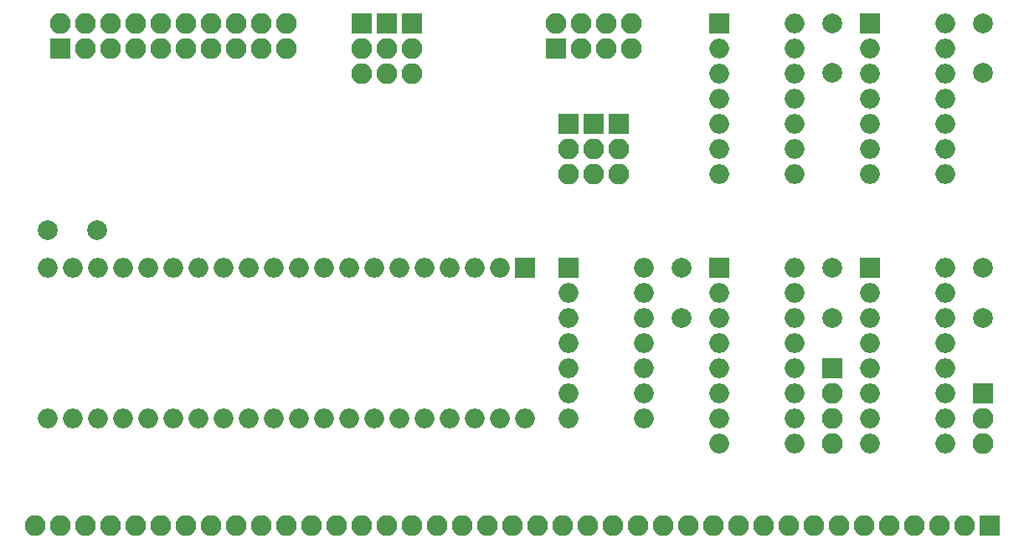
<source format=gbs>
G04 #@! TF.FileFunction,Soldermask,Bot*
%FSLAX46Y46*%
G04 Gerber Fmt 4.6, Leading zero omitted, Abs format (unit mm)*
G04 Created by KiCad (PCBNEW 4.0.7) date 10/24/19 12:41:52*
%MOMM*%
%LPD*%
G01*
G04 APERTURE LIST*
%ADD10C,0.100000*%
%ADD11R,2.100000X2.100000*%
%ADD12O,2.100000X2.100000*%
%ADD13C,2.000000*%
%ADD14R,2.000000X2.000000*%
%ADD15O,2.000000X2.000000*%
G04 APERTURE END LIST*
D10*
D11*
X188595000Y-125095000D03*
D12*
X188595000Y-127635000D03*
X188595000Y-130175000D03*
D13*
X188595000Y-112395000D03*
X188595000Y-117395000D03*
X173355000Y-112395000D03*
X173355000Y-117395000D03*
X173355000Y-87630000D03*
X173355000Y-92630000D03*
D11*
X189230000Y-138430000D03*
D12*
X186690000Y-138430000D03*
X184150000Y-138430000D03*
X181610000Y-138430000D03*
X179070000Y-138430000D03*
X176530000Y-138430000D03*
X173990000Y-138430000D03*
X171450000Y-138430000D03*
X168910000Y-138430000D03*
X166370000Y-138430000D03*
X163830000Y-138430000D03*
X161290000Y-138430000D03*
X158750000Y-138430000D03*
X156210000Y-138430000D03*
X153670000Y-138430000D03*
X151130000Y-138430000D03*
X148590000Y-138430000D03*
X146050000Y-138430000D03*
X143510000Y-138430000D03*
X140970000Y-138430000D03*
X138430000Y-138430000D03*
X135890000Y-138430000D03*
X133350000Y-138430000D03*
X130810000Y-138430000D03*
X128270000Y-138430000D03*
X125730000Y-138430000D03*
X123190000Y-138430000D03*
X120650000Y-138430000D03*
X118110000Y-138430000D03*
X115570000Y-138430000D03*
X113030000Y-138430000D03*
X110490000Y-138430000D03*
X107950000Y-138430000D03*
X105410000Y-138430000D03*
X102870000Y-138430000D03*
X100330000Y-138430000D03*
X97790000Y-138430000D03*
X95250000Y-138430000D03*
X92710000Y-138430000D03*
D11*
X146685000Y-97790000D03*
D12*
X146685000Y-100330000D03*
X146685000Y-102870000D03*
D11*
X149225000Y-97790000D03*
D12*
X149225000Y-100330000D03*
X149225000Y-102870000D03*
D11*
X130810000Y-87630000D03*
D12*
X130810000Y-90170000D03*
X130810000Y-92710000D03*
D11*
X151765000Y-97790000D03*
D12*
X151765000Y-100330000D03*
X151765000Y-102870000D03*
D14*
X177165000Y-112395000D03*
D15*
X184785000Y-130175000D03*
X177165000Y-114935000D03*
X184785000Y-127635000D03*
X177165000Y-117475000D03*
X184785000Y-125095000D03*
X177165000Y-120015000D03*
X184785000Y-122555000D03*
X177165000Y-122555000D03*
X184785000Y-120015000D03*
X177165000Y-125095000D03*
X184785000Y-117475000D03*
X177165000Y-127635000D03*
X184785000Y-114935000D03*
X177165000Y-130175000D03*
X184785000Y-112395000D03*
D14*
X161925000Y-112395000D03*
D15*
X169545000Y-130175000D03*
X161925000Y-114935000D03*
X169545000Y-127635000D03*
X161925000Y-117475000D03*
X169545000Y-125095000D03*
X161925000Y-120015000D03*
X169545000Y-122555000D03*
X161925000Y-122555000D03*
X169545000Y-120015000D03*
X161925000Y-125095000D03*
X169545000Y-117475000D03*
X161925000Y-127635000D03*
X169545000Y-114935000D03*
X161925000Y-130175000D03*
X169545000Y-112395000D03*
D14*
X161925000Y-87630000D03*
D15*
X169545000Y-102870000D03*
X161925000Y-90170000D03*
X169545000Y-100330000D03*
X161925000Y-92710000D03*
X169545000Y-97790000D03*
X161925000Y-95250000D03*
X169545000Y-95250000D03*
X161925000Y-97790000D03*
X169545000Y-92710000D03*
X161925000Y-100330000D03*
X169545000Y-90170000D03*
X161925000Y-102870000D03*
X169545000Y-87630000D03*
D14*
X142240000Y-112395000D03*
D15*
X93980000Y-127635000D03*
X139700000Y-112395000D03*
X96520000Y-127635000D03*
X137160000Y-112395000D03*
X99060000Y-127635000D03*
X134620000Y-112395000D03*
X101600000Y-127635000D03*
X132080000Y-112395000D03*
X104140000Y-127635000D03*
X129540000Y-112395000D03*
X106680000Y-127635000D03*
X127000000Y-112395000D03*
X109220000Y-127635000D03*
X124460000Y-112395000D03*
X111760000Y-127635000D03*
X121920000Y-112395000D03*
X114300000Y-127635000D03*
X119380000Y-112395000D03*
X116840000Y-127635000D03*
X116840000Y-112395000D03*
X119380000Y-127635000D03*
X114300000Y-112395000D03*
X121920000Y-127635000D03*
X111760000Y-112395000D03*
X124460000Y-127635000D03*
X109220000Y-112395000D03*
X127000000Y-127635000D03*
X106680000Y-112395000D03*
X129540000Y-127635000D03*
X104140000Y-112395000D03*
X132080000Y-127635000D03*
X101600000Y-112395000D03*
X134620000Y-127635000D03*
X99060000Y-112395000D03*
X137160000Y-127635000D03*
X96520000Y-112395000D03*
X139700000Y-127635000D03*
X93980000Y-112395000D03*
X142240000Y-127635000D03*
D13*
X93980000Y-108585000D03*
X98980000Y-108585000D03*
D11*
X125730000Y-87630000D03*
D12*
X125730000Y-90170000D03*
X125730000Y-92710000D03*
D11*
X95250000Y-90170000D03*
D12*
X95250000Y-87630000D03*
X97790000Y-90170000D03*
X97790000Y-87630000D03*
X100330000Y-90170000D03*
X100330000Y-87630000D03*
X102870000Y-90170000D03*
X102870000Y-87630000D03*
X105410000Y-90170000D03*
X105410000Y-87630000D03*
X107950000Y-90170000D03*
X107950000Y-87630000D03*
X110490000Y-90170000D03*
X110490000Y-87630000D03*
X113030000Y-90170000D03*
X113030000Y-87630000D03*
X115570000Y-90170000D03*
X115570000Y-87630000D03*
X118110000Y-90170000D03*
X118110000Y-87630000D03*
D11*
X128270000Y-87630000D03*
D12*
X128270000Y-90170000D03*
X128270000Y-92710000D03*
D13*
X158115000Y-112395000D03*
X158115000Y-117395000D03*
X188595000Y-87630000D03*
X188595000Y-92630000D03*
D11*
X173355000Y-122555000D03*
D12*
X173355000Y-125095000D03*
X173355000Y-127635000D03*
X173355000Y-130175000D03*
D11*
X145415000Y-90170000D03*
D12*
X145415000Y-87630000D03*
X147955000Y-90170000D03*
X147955000Y-87630000D03*
X150495000Y-90170000D03*
X150495000Y-87630000D03*
X153035000Y-90170000D03*
X153035000Y-87630000D03*
D14*
X146685000Y-112395000D03*
D15*
X154305000Y-127635000D03*
X146685000Y-114935000D03*
X154305000Y-125095000D03*
X146685000Y-117475000D03*
X154305000Y-122555000D03*
X146685000Y-120015000D03*
X154305000Y-120015000D03*
X146685000Y-122555000D03*
X154305000Y-117475000D03*
X146685000Y-125095000D03*
X154305000Y-114935000D03*
X146685000Y-127635000D03*
X154305000Y-112395000D03*
D14*
X177165000Y-87630000D03*
D15*
X184785000Y-102870000D03*
X177165000Y-90170000D03*
X184785000Y-100330000D03*
X177165000Y-92710000D03*
X184785000Y-97790000D03*
X177165000Y-95250000D03*
X184785000Y-95250000D03*
X177165000Y-97790000D03*
X184785000Y-92710000D03*
X177165000Y-100330000D03*
X184785000Y-90170000D03*
X177165000Y-102870000D03*
X184785000Y-87630000D03*
M02*

</source>
